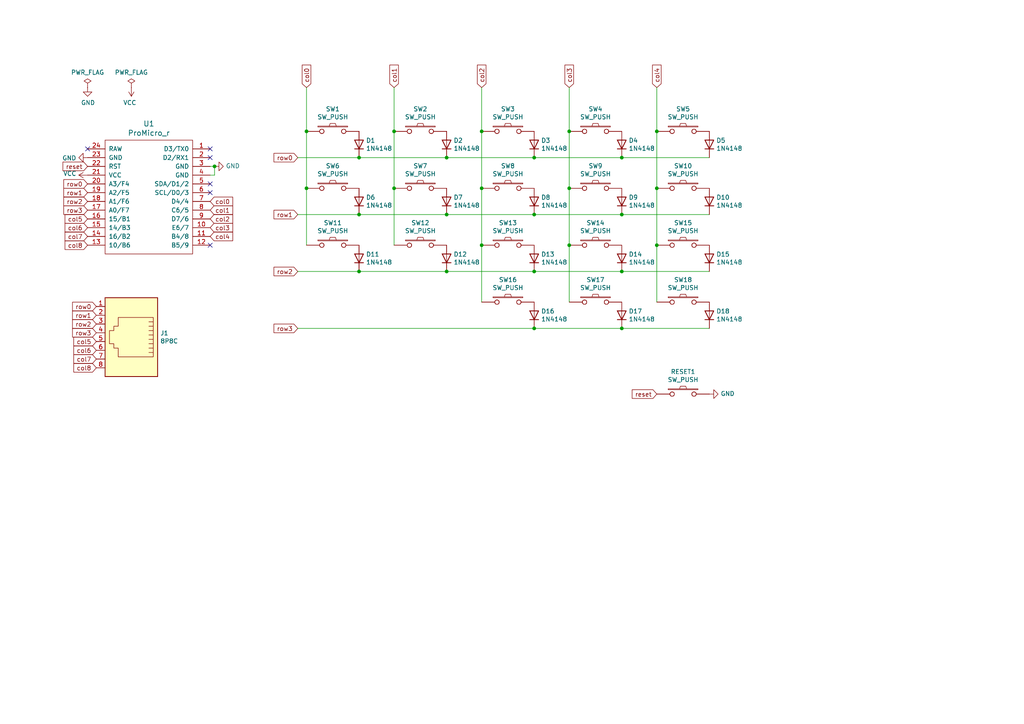
<source format=kicad_sch>
(kicad_sch (version 20211123) (generator eeschema)
  (paper "A4")
  (title_block (title "REVIUNG34-SPLIT-LEFT") (date "2019-09-11") (rev "1.1"))
  (lib_symbols
    (symbol "Diode:1N4148" (pin_numbers hide) (pin_names (offset 1.016) hide)
      (property "Reference" "D" (at 0 2.54 0))
      (property "Value" "1N4148" (at 0 -2.54 0))
      (symbol "1N4148_0_1"
        (polyline (pts (xy -1.27 1.27) (xy -1.27 -1.27)) (stroke (width 0.254)))
        (polyline (pts (xy 1.27 0) (xy -1.27 0)))
        (polyline (pts (xy 1.27 1.27) (xy 1.27 -1.27) (xy -1.27 0) (xy 1.27 1.27)) (stroke (width 0.254)))
      )
      (symbol "1N4148_1_1"
        (pin passive line (at -3.81 0 0) (length 2.54) (name "K") (number "1"))
        (pin passive line (at 3.81 0 180) (length 2.54) (name "A") (number "2"))
      )
    )
    (symbol "power:GND" (power) (pin_names (offset 0))
      (property "Value" "GND" (at 0 -3.81 0))
      (symbol "GND_0_1"
        (polyline (pts (xy 0 0) (xy 0 -1.27) (xy 1.27 -1.27) (xy 0 -2.54) (xy -1.27 -1.27) (xy 0 -1.27)))
      )
      (symbol "GND_1_1"
        (pin power_in line (at 0 0 270) (length 0) hide (name "GND") (number "1"))
      )
    )
    (symbol "power:PWR_FLAG" (power) (pin_numbers hide) (pin_names (offset 0) hide)
      (property "Value" "PWR_FLAG" (at 0 3.81 0))
      (symbol "PWR_FLAG_0_0"
        (pin power_out line (at 0 0 90) (length 0) (name "pwr") (number "1"))
      )
      (symbol "PWR_FLAG_0_1"
        (polyline (pts (xy 0 0) (xy 0 1.27) (xy -1.016 1.905) (xy 0 2.54) (xy 1.016 1.905) (xy 0 1.27)))
      )
    )
    (symbol "power:VCC" (power) (pin_names (offset 0))
      (property "Value" "VCC" (at 0 3.81 0))
      (symbol "VCC_0_1"
        (polyline (pts (xy -0.762 1.27) (xy 0 2.54)))
        (polyline (pts (xy 0 0) (xy 0 2.54)))
        (polyline (pts (xy 0 2.54) (xy 0.762 1.27)))
      )
      (symbol "VCC_1_1"
        (pin power_in line (at 0 0 90) (length 0) hide (name "VCC") (number "1"))
      )
    )
    (symbol "reviung34-split-L-rescue:8P8C-_reviung-kbd" (pin_names (offset 1.016))
      (property "Reference" "J" (at -5.08 13.97 0))
      (property "Value" "8P8C-_reviung-kbd" (at 2.54 13.97 0))
      (symbol "8P8C-_reviung-kbd_0_1"
        (polyline (pts (xy -5.08 4.445) (xy -6.35 4.445)))
        (polyline (pts (xy -5.08 5.715) (xy -6.35 5.715)))
        (polyline (pts (xy -6.35 -3.175) (xy -5.08 -3.175) (xy -5.08 -3.175)))
        (polyline (pts (xy -6.35 -1.905) (xy -5.08 -1.905) (xy -5.08 -1.905)))
        (polyline (pts (xy -6.35 -0.635) (xy -5.08 -0.635) (xy -5.08 -0.635)))
        (polyline (pts (xy -6.35 0.635) (xy -5.08 0.635) (xy -5.08 0.635)))
        (polyline (pts (xy -6.35 1.905) (xy -5.08 1.905) (xy -5.08 1.905)))
        (polyline (pts (xy -5.08 3.175) (xy -6.35 3.175) (xy -6.35 3.175)))
        (polyline (pts (xy -6.35 -4.445) (xy -6.35 6.985) (xy 3.81 6.985) (xy 3.81 4.445) (xy 5.08 4.445) (xy 5.08 3.175) (xy 6.35 3.175) (xy 6.35 -0.635) (xy 5.08 -0.635) (xy 5.08 -1.905) (xy 3.81 -1.905) (xy 3.81 -4.445) (xy -6.35 -4.445) (xy -6.35 -4.445)))
        (rectangle (start 7.62 12.7) (end -7.62 -10.16) (stroke (width 0.254)) (fill (type background)))
      )
      (symbol "8P8C-_reviung-kbd_1_1"
        (pin passive line (at 10.16 -7.62 180) (length 2.54) (name "~") (number "1"))
        (pin passive line (at 10.16 -5.08 180) (length 2.54) (name "~") (number "2"))
        (pin passive line (at 10.16 -2.54 180) (length 2.54) (name "~") (number "3"))
        (pin passive line (at 10.16 0 180) (length 2.54) (name "~") (number "4"))
        (pin passive line (at 10.16 2.54 180) (length 2.54) (name "~") (number "5"))
        (pin passive line (at 10.16 5.08 180) (length 2.54) (name "~") (number "6"))
        (pin passive line (at 10.16 7.62 180) (length 2.54) (name "~") (number "7"))
        (pin passive line (at 10.16 10.16 180) (length 2.54) (name "~") (number "8"))
      )
    )
    (symbol "reviung34-split-L-rescue:ProMicro_r-_reviung-kbd" (pin_names (offset 1.016))
      (property "Reference" "U" (at 1.27 22.86 0))
      (property "Value" "ProMicro_r-_reviung-kbd" (at 1.27 -15.24 0))
      (symbol "ProMicro_r-_reviung-kbd_0_1"
        (rectangle (start 13.97 20.32) (end -11.43 -12.7))
      )
      (symbol "ProMicro_r-_reviung-kbd_1_1"
        (pin bidirectional line (at 19.05 17.78 180) (length 5.08) (name "D3/TX0") (number "1"))
        (pin bidirectional line (at 19.05 -5.08 180) (length 5.08) (name "E6/7") (number "10"))
        (pin bidirectional line (at 19.05 -7.62 180) (length 5.08) (name "B4/8") (number "11"))
        (pin bidirectional line (at 19.05 -10.16 180) (length 5.08) (name "B5/9") (number "12"))
        (pin bidirectional line (at -16.51 -10.16 0) (length 5.08) (name "10/B6") (number "13"))
        (pin bidirectional line (at -16.51 -7.62 0) (length 5.08) (name "16/B2") (number "14"))
        (pin bidirectional line (at -16.51 -5.08 0) (length 5.08) (name "14/B3") (number "15"))
        (pin bidirectional line (at -16.51 -2.54 0) (length 5.08) (name "15/B1") (number "16"))
        (pin bidirectional line (at -16.51 0 0) (length 5.08) (name "A0/F7") (number "17"))
        (pin bidirectional line (at -16.51 2.54 0) (length 5.08) (name "A1/F6") (number "18"))
        (pin bidirectional line (at -16.51 5.08 0) (length 5.08) (name "A2/F5") (number "19"))
        (pin bidirectional line (at 19.05 15.24 180) (length 5.08) (name "D2/RX1") (number "2"))
        (pin bidirectional line (at -16.51 7.62 0) (length 5.08) (name "A3/F4") (number "20"))
        (pin power_in line (at -16.51 10.16 0) (length 5.08) (name "VCC") (number "21"))
        (pin input line (at -16.51 12.7 0) (length 5.08) (name "RST") (number "22"))
        (pin power_in line (at -16.51 15.24 0) (length 5.08) (name "GND") (number "23"))
        (pin power_out line (at -16.51 17.78 0) (length 5.08) (name "RAW") (number "24"))
        (pin power_in line (at 19.05 12.7 180) (length 5.08) (name "GND") (number "3"))
        (pin power_in line (at 19.05 10.16 180) (length 5.08) (name "GND") (number "4"))
        (pin bidirectional line (at 19.05 7.62 180) (length 5.08) (name "SDA/D1/2") (number "5"))
        (pin bidirectional line (at 19.05 5.08 180) (length 5.08) (name "SCL/D0/3") (number "6"))
        (pin bidirectional line (at 19.05 2.54 180) (length 5.08) (name "D4/4") (number "7"))
        (pin bidirectional line (at 19.05 0 180) (length 5.08) (name "C6/5") (number "8"))
        (pin bidirectional line (at 19.05 -2.54 180) (length 5.08) (name "D7/6") (number "9"))
      )
    )
    (symbol "reviung34-split-L-rescue:SW_PUSH-_reviung-kbd" (pin_numbers hide) (pin_names (offset 1.016) hide)
      (property "Reference" "SW" (at 3.81 2.794 0))
      (property "Value" "SW_PUSH-_reviung-kbd" (at 0 -2.032 0))
      (symbol "SW_PUSH-_reviung-kbd_0_1"
        (rectangle (start -4.318 1.27) (end 4.318 1.524))
        (polyline (pts (xy -1.016 1.524) (xy -0.762 2.286) (xy 0.762 2.286) (xy 1.016 1.524)))
        (pin passive inverted (at -7.62 0 0) (length 5.08) (name "1") (number "1"))
        (pin passive inverted (at 7.62 0 180) (length 5.08) (name "2") (number "2"))
      )
    )
  )
  (junction (at 104.14 62.23))
  (junction (at 139.7 71.12))
  (junction (at 104.14 78.74))
  (junction (at 88.9 38.1))
  (junction (at 180.34 45.72))
  (junction (at 154.94 95.25))
  (junction (at 114.3 38.1))
  (junction (at 88.9 54.61))
  (junction (at 139.7 38.1))
  (junction (at 129.54 45.72))
  (junction (at 62.23 48.26))
  (junction (at 139.7 54.61))
  (junction (at 154.94 62.23))
  (junction (at 104.14 45.72))
  (junction (at 190.5 38.1))
  (junction (at 190.5 54.61))
  (junction (at 129.54 62.23))
  (junction (at 129.54 78.74))
  (junction (at 165.1 38.1))
  (junction (at 165.1 54.61))
  (junction (at 154.94 45.72))
  (junction (at 190.5 71.12))
  (junction (at 114.3 54.61))
  (junction (at 154.94 78.74))
  (junction (at 180.34 78.74))
  (junction (at 180.34 95.25))
  (junction (at 165.1 71.12))
  (junction (at 180.34 62.23))
  (no_connect (at 60.96 55.88))
  (no_connect (at 60.96 53.34))
  (no_connect (at 25.4 43.18))
  (no_connect (at 60.96 43.18))
  (no_connect (at 60.96 45.72))
  (no_connect (at 60.96 71.12))
  (wire (pts (xy 190.5 54.61) (xy 190.5 71.12)))
  (wire (pts (xy 104.14 78.74) (xy 129.54 78.74)))
  (wire (pts (xy 86.36 95.25) (xy 154.94 95.25)))
  (wire (pts (xy 180.34 78.74) (xy 205.74 78.74)))
  (wire (pts (xy 114.3 25.4) (xy 114.3 38.1)))
  (wire (pts (xy 139.7 71.12) (xy 139.7 87.63)))
  (wire (pts (xy 88.9 25.4) (xy 88.9 38.1)))
  (wire (pts (xy 190.5 71.12) (xy 190.5 87.63)))
  (wire (pts (xy 190.5 38.1) (xy 190.5 54.61)))
  (wire (pts (xy 139.7 54.61) (xy 139.7 71.12)))
  (wire (pts (xy 165.1 25.4) (xy 165.1 38.1)))
  (wire (pts (xy 88.9 38.1) (xy 88.9 54.61)))
  (wire (pts (xy 114.3 54.61) (xy 114.3 71.12)))
  (wire (pts (xy 86.36 78.74) (xy 104.14 78.74)))
  (wire (pts (xy 60.96 50.8) (xy 62.23 50.8)))
  (wire (pts (xy 154.94 45.72) (xy 180.34 45.72)))
  (wire (pts (xy 104.14 45.72) (xy 129.54 45.72)))
  (wire (pts (xy 154.94 78.74) (xy 180.34 78.74)))
  (wire (pts (xy 165.1 38.1) (xy 165.1 54.61)))
  (wire (pts (xy 154.94 95.25) (xy 180.34 95.25)))
  (wire (pts (xy 139.7 25.4) (xy 139.7 38.1)))
  (wire (pts (xy 60.96 48.26) (xy 62.23 48.26)))
  (wire (pts (xy 180.34 45.72) (xy 205.74 45.72)))
  (wire (pts (xy 114.3 38.1) (xy 114.3 54.61)))
  (wire (pts (xy 180.34 62.23) (xy 205.74 62.23)))
  (wire (pts (xy 86.36 62.23) (xy 104.14 62.23)))
  (wire (pts (xy 129.54 62.23) (xy 154.94 62.23)))
  (wire (pts (xy 62.23 50.8) (xy 62.23 48.26)))
  (wire (pts (xy 165.1 71.12) (xy 165.1 87.63)))
  (wire (pts (xy 190.5 25.4) (xy 190.5 38.1)))
  (wire (pts (xy 88.9 54.61) (xy 88.9 71.12)))
  (wire (pts (xy 139.7 38.1) (xy 139.7 54.61)))
  (wire (pts (xy 104.14 62.23) (xy 129.54 62.23)))
  (wire (pts (xy 154.94 62.23) (xy 180.34 62.23)))
  (wire (pts (xy 129.54 78.74) (xy 154.94 78.74)))
  (wire (pts (xy 129.54 45.72) (xy 154.94 45.72)))
  (wire (pts (xy 86.36 45.72) (xy 104.14 45.72)))
  (wire (pts (xy 165.1 54.61) (xy 165.1 71.12)))
  (wire (pts (xy 180.34 95.25) (xy 205.74 95.25)))
  (global_label "row2" (shape input) (at 86.36 78.74 180) (property "Обозначения листов" "${INTERSHEET_REFS}" (effects hide)))
  (global_label "row3" (shape input) (at 27.94 96.52 180) (property "Обозначения листов" "${INTERSHEET_REFS}" (effects hide)))
  (global_label "col1" (shape input) (at 114.3 25.4 90) (property "Обозначения листов" "${INTERSHEET_REFS}" (effects hide)))
  (global_label "row3" (shape input) (at 25.4 60.96 180) (property "Обозначения листов" "${INTERSHEET_REFS}" (effects hide)))
  (global_label "col4" (shape input) (at 190.5 25.4 90) (property "Обозначения листов" "${INTERSHEET_REFS}" (effects hide)))
  (global_label "col0" (shape input) (at 60.96 58.42 0) (property "Обозначения листов" "${INTERSHEET_REFS}" (effects hide)))
  (global_label "row0" (shape input) (at 25.4 53.34 180) (property "Обозначения листов" "${INTERSHEET_REFS}" (effects hide)))
  (global_label "row1" (shape input) (at 86.36 62.23 180) (property "Обозначения листов" "${INTERSHEET_REFS}" (effects hide)))
  (global_label "col3" (shape input) (at 165.1 25.4 90) (property "Обозначения листов" "${INTERSHEET_REFS}" (effects hide)))
  (global_label "col1" (shape input) (at 60.96 60.96 0) (property "Обозначения листов" "${INTERSHEET_REFS}" (effects hide)))
  (global_label "col4" (shape input) (at 60.96 68.58 0) (property "Обозначения листов" "${INTERSHEET_REFS}" (effects hide)))
  (global_label "col6" (shape input) (at 25.4 66.04 180) (property "Обозначения листов" "${INTERSHEET_REFS}" (effects hide)))
  (global_label "row3" (shape input) (at 86.36 95.25 180) (property "Обозначения листов" "${INTERSHEET_REFS}" (effects hide)))
  (global_label "row2" (shape input) (at 27.94 93.98 180) (property "Обозначения листов" "${INTERSHEET_REFS}" (effects hide)))
  (global_label "col2" (shape input) (at 60.96 63.5 0) (property "Обозначения листов" "${INTERSHEET_REFS}" (effects hide)))
  (global_label "col5" (shape input) (at 25.4 63.5 180) (property "Обозначения листов" "${INTERSHEET_REFS}" (effects hide)))
  (global_label "col3" (shape input) (at 60.96 66.04 0) (property "Обозначения листов" "${INTERSHEET_REFS}" (effects hide)))
  (global_label "col7" (shape input) (at 27.94 104.14 180) (property "Обозначения листов" "${INTERSHEET_REFS}" (effects hide)))
  (global_label "col2" (shape input) (at 139.7 25.4 90) (property "Обозначения листов" "${INTERSHEET_REFS}" (effects hide)))
  (global_label "reset" (shape input) (at 190.5 114.3 180) (property "Обозначения листов" "${INTERSHEET_REFS}" (effects hide)))
  (global_label "row1" (shape input) (at 27.94 91.44 180) (property "Обозначения листов" "${INTERSHEET_REFS}" (effects hide)))
  (global_label "row1" (shape input) (at 25.4 55.88 180) (property "Обозначения листов" "${INTERSHEET_REFS}" (effects hide)))
  (global_label "row0" (shape input) (at 86.36 45.72 180) (property "Обозначения листов" "${INTERSHEET_REFS}" (effects hide)))
  (global_label "row2" (shape input) (at 25.4 58.42 180) (property "Обозначения листов" "${INTERSHEET_REFS}" (effects hide)))
  (global_label "reset" (shape input) (at 25.4 48.26 180) (property "Обозначения листов" "${INTERSHEET_REFS}" (effects hide)))
  (global_label "col6" (shape input) (at 27.94 101.6 180) (property "Обозначения листов" "${INTERSHEET_REFS}" (effects hide)))
  (global_label "col0" (shape input) (at 88.9 25.4 90) (property "Обозначения листов" "${INTERSHEET_REFS}" (effects hide)))
  (global_label "col5" (shape input) (at 27.94 99.06 180) (property "Обозначения листов" "${INTERSHEET_REFS}" (effects hide)))
  (global_label "col7" (shape input) (at 25.4 68.58 180) (property "Обозначения листов" "${INTERSHEET_REFS}" (effects hide)))
  (global_label "col8" (shape input) (at 25.4 71.12 180) (property "Обозначения листов" "${INTERSHEET_REFS}" (effects hide)))
  (global_label "col8" (shape input) (at 27.94 106.68 180) (property "Обозначения листов" "${INTERSHEET_REFS}" (effects hide)))
  (global_label "row0" (shape input) (at 27.94 88.9 180) (property "Обозначения листов" "${INTERSHEET_REFS}" (effects hide)))
  (symbol (lib_id "power:PWR_FLAG") (at 25.4 25.4 0) (unit 1)
    (property "Reference" "#FLG01" (effects hide))
    (property "Value" "PWR_FLAG" (at 25.4 21.0058 0))
  )
  (symbol (lib_id "power:PWR_FLAG") (at 38.1 25.4 0) (unit 1)
    (property "Reference" "#FLG02" (effects hide))
    (property "Value" "PWR_FLAG" (at 38.1 21.0058 0))
  )
  (symbol (lib_id "power:GND") (at 25.4 25.4 0) (unit 1)
    (property "Reference" "#PWR01" (effects hide))
    (property "Value" "GND" (at 25.527 29.7942 0))
  )
  (symbol (lib_id "power:VCC") (at 38.1 25.4 180) (unit 1)
    (property "Reference" "#PWR02" (effects hide))
    (property "Value" "VCC" (at 37.6428 29.7942 0))
  )
  (symbol (lib_id "reviung34-split-L-rescue:ProMicro_r-_reviung-kbd") (at 41.91 60.96 0) (unit 1)
    (property "Reference" "U1" (at 43.18 35.8902 0) (effects (font (size 1.524 1.524))))
    (property "Value" "ProMicro_r" (at 43.18 38.5826 0) (effects (font (size 1.524 1.524))))
    (property "Footprint" "_reviung-kbd:ProMicro" (effects hide))
  )
  (symbol (lib_id "power:GND") (at 25.4 45.72 270) (unit 1)
    (property "Reference" "#PWR03" (effects hide))
    (property "Value" "GND" (at 22.1488 45.847 90) (effects (justify right)))
  )
  (symbol (lib_id "power:VCC") (at 25.4 50.8 90) (unit 1)
    (property "Reference" "#PWR05" (effects hide))
    (property "Value" "VCC" (at 22.1742 50.3428 90) (effects (justify left)))
  )
  (symbol (lib_id "power:GND") (at 62.23 48.26 90) (unit 1)
    (property "Reference" "#PWR04" (effects hide))
    (property "Value" "GND" (at 65.4812 48.133 90) (effects (justify right)))
  )
  (symbol (lib_id "reviung34-split-L-rescue:SW_PUSH-_reviung-kbd") (at 96.52 38.1 0) (unit 1)
    (property "Reference" "SW1" (at 96.52 31.623 0))
    (property "Value" "SW_PUSH" (at 96.52 33.9344 0))
    (property "Footprint" "_reviung-kbd:MXOnly-1U-Hotswap" (effects hide))
  )
  (symbol (lib_id "Diode:1N4148") (at 104.14 41.91 90) (unit 1)
    (property "Reference" "D1" (at 106.1466 40.7416 90) (effects (justify right)))
    (property "Value" "1N4148" (at 106.1466 43.053 90) (effects (justify right)))
    (property "Footprint" "Diode_THT:D_DO-35_SOD27_P7.62mm_Horizontal" (effects hide))
    (property "Datasheet" "https://assets.nexperia.com/documents/data-sheet/1N4148_1N4448.pdf" (effects hide))
  )
  (symbol (lib_id "reviung34-split-L-rescue:SW_PUSH-_reviung-kbd") (at 121.92 38.1 0) (unit 1)
    (property "Reference" "SW2" (at 121.92 31.623 0))
    (property "Value" "SW_PUSH" (at 121.92 33.9344 0))
    (property "Footprint" "_reviung-kbd:MXOnly-1U-Hotswap" (effects hide))
  )
  (symbol (lib_id "Diode:1N4148") (at 129.54 41.91 90) (unit 1)
    (property "Reference" "D2" (at 131.5466 40.7416 90) (effects (justify right)))
    (property "Value" "1N4148" (at 131.5466 43.053 90) (effects (justify right)))
    (property "Footprint" "Diode_THT:D_DO-35_SOD27_P7.62mm_Horizontal" (effects hide))
    (property "Datasheet" "https://assets.nexperia.com/documents/data-sheet/1N4148_1N4448.pdf" (effects hide))
  )
  (symbol (lib_id "reviung34-split-L-rescue:SW_PUSH-_reviung-kbd") (at 147.32 38.1 0) (unit 1)
    (property "Reference" "SW3" (at 147.32 31.623 0))
    (property "Value" "SW_PUSH" (at 147.32 33.9344 0))
    (property "Footprint" "_reviung-kbd:MXOnly-1U-Hotswap" (effects hide))
  )
  (symbol (lib_id "Diode:1N4148") (at 154.94 41.91 90) (unit 1)
    (property "Reference" "D3" (at 156.9466 40.7416 90) (effects (justify right)))
    (property "Value" "1N4148" (at 156.9466 43.053 90) (effects (justify right)))
    (property "Footprint" "Diode_THT:D_DO-35_SOD27_P7.62mm_Horizontal" (effects hide))
    (property "Datasheet" "https://assets.nexperia.com/documents/data-sheet/1N4148_1N4448.pdf" (effects hide))
  )
  (symbol (lib_id "reviung34-split-L-rescue:SW_PUSH-_reviung-kbd") (at 172.72 38.1 0) (unit 1)
    (property "Reference" "SW4" (at 172.72 31.623 0))
    (property "Value" "SW_PUSH" (at 172.72 33.9344 0))
    (property "Footprint" "_reviung-kbd:MXOnly-1U-Hotswap" (effects hide))
  )
  (symbol (lib_id "Diode:1N4148") (at 180.34 41.91 90) (unit 1)
    (property "Reference" "D4" (at 182.3466 40.7416 90) (effects (justify right)))
    (property "Value" "1N4148" (at 182.3466 43.053 90) (effects (justify right)))
    (property "Footprint" "Diode_THT:D_DO-35_SOD27_P7.62mm_Horizontal" (effects hide))
    (property "Datasheet" "https://assets.nexperia.com/documents/data-sheet/1N4148_1N4448.pdf" (effects hide))
  )
  (symbol (lib_id "reviung34-split-L-rescue:SW_PUSH-_reviung-kbd") (at 198.12 38.1 0) (unit 1)
    (property "Reference" "SW5" (at 198.12 31.623 0))
    (property "Value" "SW_PUSH" (at 198.12 33.9344 0))
    (property "Footprint" "_reviung-kbd:MXOnly-1U-Hotswap" (effects hide))
  )
  (symbol (lib_id "Diode:1N4148") (at 205.74 41.91 90) (unit 1)
    (property "Reference" "D5" (at 207.7466 40.7416 90) (effects (justify right)))
    (property "Value" "1N4148" (at 207.7466 43.053 90) (effects (justify right)))
    (property "Footprint" "Diode_THT:D_DO-35_SOD27_P7.62mm_Horizontal" (effects hide))
    (property "Datasheet" "https://assets.nexperia.com/documents/data-sheet/1N4148_1N4448.pdf" (effects hide))
  )
  (symbol (lib_id "reviung34-split-L-rescue:SW_PUSH-_reviung-kbd") (at 96.52 54.61 0) (unit 1)
    (property "Reference" "SW6" (at 96.52 48.133 0))
    (property "Value" "SW_PUSH" (at 96.52 50.4444 0))
    (property "Footprint" "_reviung-kbd:MXOnly-1U-Hotswap" (effects hide))
  )
  (symbol (lib_id "Diode:1N4148") (at 104.14 58.42 90) (unit 1)
    (property "Reference" "D6" (at 106.1466 57.2516 90) (effects (justify right)))
    (property "Value" "1N4148" (at 106.1466 59.563 90) (effects (justify right)))
    (property "Footprint" "Diode_THT:D_DO-35_SOD27_P7.62mm_Horizontal" (effects hide))
    (property "Datasheet" "https://assets.nexperia.com/documents/data-sheet/1N4148_1N4448.pdf" (effects hide))
  )
  (symbol (lib_id "reviung34-split-L-rescue:SW_PUSH-_reviung-kbd") (at 121.92 54.61 0) (unit 1)
    (property "Reference" "SW7" (at 121.92 48.133 0))
    (property "Value" "SW_PUSH" (at 121.92 50.4444 0))
    (property "Footprint" "_reviung-kbd:MXOnly-1U-Hotswap" (effects hide))
  )
  (symbol (lib_id "Diode:1N4148") (at 129.54 58.42 90) (unit 1)
    (property "Reference" "D7" (at 131.5466 57.2516 90) (effects (justify right)))
    (property "Value" "1N4148" (at 131.5466 59.563 90) (effects (justify right)))
    (property "Footprint" "Diode_THT:D_DO-35_SOD27_P7.62mm_Horizontal" (effects hide))
    (property "Datasheet" "https://assets.nexperia.com/documents/data-sheet/1N4148_1N4448.pdf" (effects hide))
  )
  (symbol (lib_id "reviung34-split-L-rescue:SW_PUSH-_reviung-kbd") (at 147.32 54.61 0) (unit 1)
    (property "Reference" "SW8" (at 147.32 48.133 0))
    (property "Value" "SW_PUSH" (at 147.32 50.4444 0))
    (property "Footprint" "_reviung-kbd:MXOnly-1U-Hotswap" (effects hide))
  )
  (symbol (lib_id "Diode:1N4148") (at 154.94 58.42 90) (unit 1)
    (property "Reference" "D8" (at 156.9466 57.2516 90) (effects (justify right)))
    (property "Value" "1N4148" (at 156.9466 59.563 90) (effects (justify right)))
    (property "Footprint" "Diode_THT:D_DO-35_SOD27_P7.62mm_Horizontal" (effects hide))
    (property "Datasheet" "https://assets.nexperia.com/documents/data-sheet/1N4148_1N4448.pdf" (effects hide))
  )
  (symbol (lib_id "reviung34-split-L-rescue:SW_PUSH-_reviung-kbd") (at 172.72 54.61 0) (unit 1)
    (property "Reference" "SW9" (at 172.72 48.133 0))
    (property "Value" "SW_PUSH" (at 172.72 50.4444 0))
    (property "Footprint" "_reviung-kbd:MXOnly-1U-Hotswap" (effects hide))
  )
  (symbol (lib_id "Diode:1N4148") (at 180.34 58.42 90) (unit 1)
    (property "Reference" "D9" (at 182.3466 57.2516 90) (effects (justify right)))
    (property "Value" "1N4148" (at 182.3466 59.563 90) (effects (justify right)))
    (property "Footprint" "Diode_THT:D_DO-35_SOD27_P7.62mm_Horizontal" (effects hide))
    (property "Datasheet" "https://assets.nexperia.com/documents/data-sheet/1N4148_1N4448.pdf" (effects hide))
  )
  (symbol (lib_id "reviung34-split-L-rescue:SW_PUSH-_reviung-kbd") (at 198.12 54.61 0) (unit 1)
    (property "Reference" "SW10" (at 198.12 48.133 0))
    (property "Value" "SW_PUSH" (at 198.12 50.4444 0))
    (property "Footprint" "_reviung-kbd:MXOnly-1U-Hotswap" (effects hide))
  )
  (symbol (lib_id "Diode:1N4148") (at 205.74 58.42 90) (unit 1)
    (property "Reference" "D10" (at 207.7466 57.2516 90) (effects (justify right)))
    (property "Value" "1N4148" (at 207.7466 59.563 90) (effects (justify right)))
    (property "Footprint" "Diode_THT:D_DO-35_SOD27_P7.62mm_Horizontal" (effects hide))
    (property "Datasheet" "https://assets.nexperia.com/documents/data-sheet/1N4148_1N4448.pdf" (effects hide))
  )
  (symbol (lib_id "reviung34-split-L-rescue:SW_PUSH-_reviung-kbd") (at 96.52 71.12 0) (unit 1)
    (property "Reference" "SW11" (at 96.52 64.643 0))
    (property "Value" "SW_PUSH" (at 96.52 66.9544 0))
    (property "Footprint" "_reviung-kbd:MXOnly-1U-Hotswap" (effects hide))
  )
  (symbol (lib_id "Diode:1N4148") (at 104.14 74.93 90) (unit 1)
    (property "Reference" "D11" (at 106.1466 73.7616 90) (effects (justify right)))
    (property "Value" "1N4148" (at 106.1466 76.073 90) (effects (justify right)))
    (property "Footprint" "Diode_THT:D_DO-35_SOD27_P7.62mm_Horizontal" (effects hide))
    (property "Datasheet" "https://assets.nexperia.com/documents/data-sheet/1N4148_1N4448.pdf" (effects hide))
  )
  (symbol (lib_id "reviung34-split-L-rescue:SW_PUSH-_reviung-kbd") (at 121.92 71.12 0) (unit 1)
    (property "Reference" "SW12" (at 121.92 64.643 0))
    (property "Value" "SW_PUSH" (at 121.92 66.9544 0))
    (property "Footprint" "_reviung-kbd:MXOnly-1U-Hotswap" (effects hide))
  )
  (symbol (lib_id "Diode:1N4148") (at 129.54 74.93 90) (unit 1)
    (property "Reference" "D12" (at 131.5466 73.7616 90) (effects (justify right)))
    (property "Value" "1N4148" (at 131.5466 76.073 90) (effects (justify right)))
    (property "Footprint" "Diode_THT:D_DO-35_SOD27_P7.62mm_Horizontal" (effects hide))
    (property "Datasheet" "https://assets.nexperia.com/documents/data-sheet/1N4148_1N4448.pdf" (effects hide))
  )
  (symbol (lib_id "reviung34-split-L-rescue:SW_PUSH-_reviung-kbd") (at 147.32 71.12 0) (unit 1)
    (property "Reference" "SW13" (at 147.32 64.643 0))
    (property "Value" "SW_PUSH" (at 147.32 66.9544 0))
    (property "Footprint" "_reviung-kbd:MXOnly-1U-Hotswap" (effects hide))
  )
  (symbol (lib_id "Diode:1N4148") (at 154.94 74.93 90) (unit 1)
    (property "Reference" "D13" (at 156.9466 73.7616 90) (effects (justify right)))
    (property "Value" "1N4148" (at 156.9466 76.073 90) (effects (justify right)))
    (property "Footprint" "Diode_THT:D_DO-35_SOD27_P7.62mm_Horizontal" (effects hide))
    (property "Datasheet" "https://assets.nexperia.com/documents/data-sheet/1N4148_1N4448.pdf" (effects hide))
  )
  (symbol (lib_id "reviung34-split-L-rescue:SW_PUSH-_reviung-kbd") (at 172.72 71.12 0) (unit 1)
    (property "Reference" "SW14" (at 172.72 64.643 0))
    (property "Value" "SW_PUSH" (at 172.72 66.9544 0))
    (property "Footprint" "_reviung-kbd:MXOnly-1U-Hotswap" (effects hide))
  )
  (symbol (lib_id "Diode:1N4148") (at 180.34 74.93 90) (unit 1)
    (property "Reference" "D14" (at 182.3466 73.7616 90) (effects (justify right)))
    (property "Value" "1N4148" (at 182.3466 76.073 90) (effects (justify right)))
    (property "Footprint" "Diode_THT:D_DO-35_SOD27_P7.62mm_Horizontal" (effects hide))
    (property "Datasheet" "https://assets.nexperia.com/documents/data-sheet/1N4148_1N4448.pdf" (effects hide))
  )
  (symbol (lib_id "reviung34-split-L-rescue:SW_PUSH-_reviung-kbd") (at 198.12 71.12 0) (unit 1)
    (property "Reference" "SW15" (at 198.12 64.643 0))
    (property "Value" "SW_PUSH" (at 198.12 66.9544 0))
    (property "Footprint" "_reviung-kbd:MXOnly-1U-Hotswap" (effects hide))
  )
  (symbol (lib_id "Diode:1N4148") (at 205.74 74.93 90) (unit 1)
    (property "Reference" "D15" (at 207.7466 73.7616 90) (effects (justify right)))
    (property "Value" "1N4148" (at 207.7466 76.073 90) (effects (justify right)))
    (property "Footprint" "Diode_THT:D_DO-35_SOD27_P7.62mm_Horizontal" (effects hide))
    (property "Datasheet" "https://assets.nexperia.com/documents/data-sheet/1N4148_1N4448.pdf" (effects hide))
  )
  (symbol (lib_id "reviung34-split-L-rescue:SW_PUSH-_reviung-kbd") (at 147.32 87.63 0) (unit 1)
    (property "Reference" "SW16" (at 147.32 81.153 0))
    (property "Value" "SW_PUSH" (at 147.32 83.4644 0))
    (property "Footprint" "_reviung-kbd:MXOnly-1U-Hotswap" (effects hide))
  )
  (symbol (lib_id "Diode:1N4148") (at 154.94 91.44 90) (unit 1)
    (property "Reference" "D16" (at 156.9466 90.2716 90) (effects (justify right)))
    (property "Value" "1N4148" (at 156.9466 92.583 90) (effects (justify right)))
    (property "Footprint" "Diode_THT:D_DO-35_SOD27_P7.62mm_Horizontal" (effects hide))
    (property "Datasheet" "https://assets.nexperia.com/documents/data-sheet/1N4148_1N4448.pdf" (effects hide))
  )
  (symbol (lib_id "reviung34-split-L-rescue:SW_PUSH-_reviung-kbd") (at 172.72 87.63 0) (unit 1)
    (property "Reference" "SW17" (at 172.72 81.153 0))
    (property "Value" "SW_PUSH" (at 172.72 83.4644 0))
    (property "Footprint" "_reviung-kbd:MXOnly-1U-Hotswap" (effects hide))
  )
  (symbol (lib_id "Diode:1N4148") (at 180.34 91.44 90) (unit 1)
    (property "Reference" "D17" (at 182.3466 90.2716 90) (effects (justify right)))
    (property "Value" "1N4148" (at 182.3466 92.583 90) (effects (justify right)))
    (property "Footprint" "Diode_THT:D_DO-35_SOD27_P7.62mm_Horizontal" (effects hide))
    (property "Datasheet" "https://assets.nexperia.com/documents/data-sheet/1N4148_1N4448.pdf" (effects hide))
  )
  (symbol (lib_id "reviung34-split-L-rescue:SW_PUSH-_reviung-kbd") (at 198.12 87.63 0) (unit 1)
    (property "Reference" "SW18" (at 198.12 81.153 0))
    (property "Value" "SW_PUSH" (at 198.12 83.4644 0))
    (property "Footprint" "_reviung-kbd:MXOnly-1U-Hotswap" (effects hide))
  )
  (symbol (lib_id "Diode:1N4148") (at 205.74 91.44 90) (unit 1)
    (property "Reference" "D18" (at 207.7466 90.2716 90) (effects (justify right)))
    (property "Value" "1N4148" (at 207.7466 92.583 90) (effects (justify right)))
    (property "Footprint" "Diode_THT:D_DO-35_SOD27_P7.62mm_Horizontal" (effects hide))
    (property "Datasheet" "https://assets.nexperia.com/documents/data-sheet/1N4148_1N4448.pdf" (effects hide))
  )
  (symbol (lib_id "reviung34-split-L-rescue:SW_PUSH-_reviung-kbd") (at 198.12 114.3 0) (unit 1)
    (property "Reference" "RESET1" (at 198.12 107.823 0))
    (property "Value" "SW_PUSH" (at 198.12 110.1344 0))
    (property "Footprint" "_reviung-kbd:ResetSW_1side" (effects hide))
  )
  (symbol (lib_id "power:GND") (at 205.74 114.3 90) (unit 1)
    (property "Reference" "#PWR06" (effects hide))
    (property "Value" "GND" (at 208.9912 114.173 90) (effects (justify right)))
  )
  (symbol (lib_id "reviung34-split-L-rescue:8P8C-_reviung-kbd") (at 38.1 96.52 180) (unit 1)
    (property "Reference" "J1" (at 46.482 96.6216 0) (effects (justify right)))
    (property "Value" "8P8C" (at 46.482 98.933 0) (effects (justify right)))
    (property "Footprint" "Connector_NONAME:RJ45_NONAME_8P8C_Horizontal" (effects hide))
  )
)
</source>
